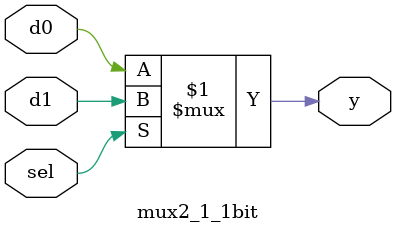
<source format=v>
module mux2_1_1bit (
    input wire d0,
    input wire d1,
    input wire sel,
    output wire y
);
    assign y = sel ? d1 : d0;
endmodule
</source>
